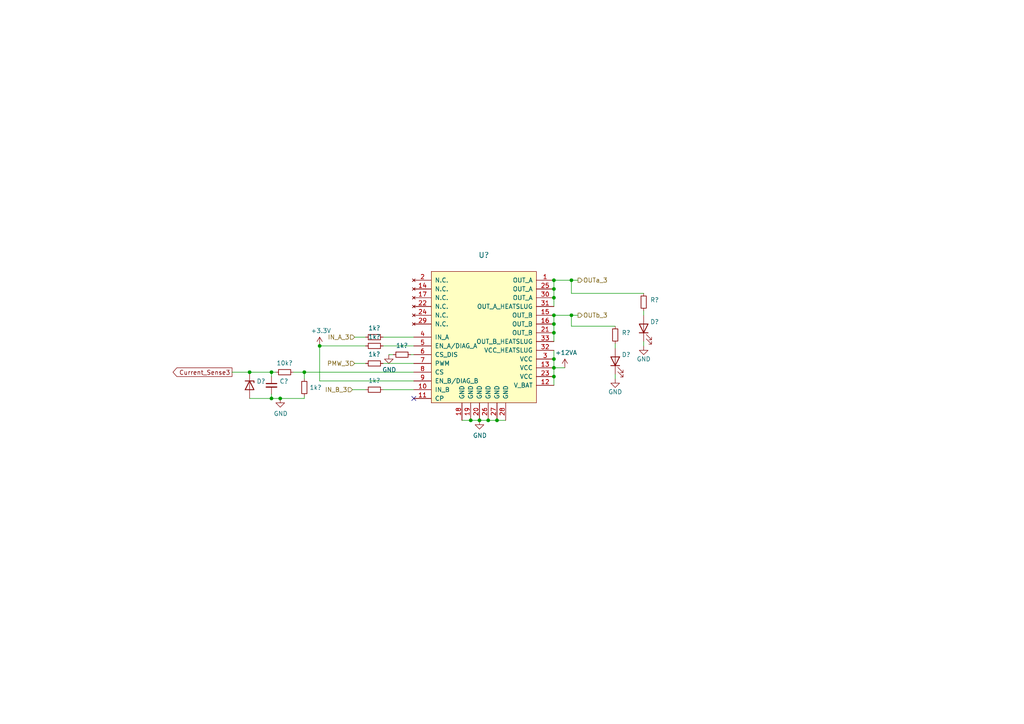
<source format=kicad_sch>
(kicad_sch (version 20211123) (generator eeschema)
  (paper "A4")
  (title_block (title "ArmBoard_Hardware") (date "2021-10-15") (rev "0") (company "Mars Rover Design Team") (comment 1 "Drawn By: Patrick Simoni / Tyler Lunyou"))
  (lib_symbols
    (symbol "Device:C_Small" (pin_numbers hide) (pin_names (offset 0.254) hide)
      (property "Reference" "C" (at 0.254 1.778 0))
      (property "Value" "C_Small" (at 0.254 -2.032 0))
      (symbol "C_Small_0_1"
        (polyline (pts (xy -1.524 -0.508) (xy 1.524 -0.508)) (stroke (width 0.3302)))
        (polyline (pts (xy -1.524 0.508) (xy 1.524 0.508)) (stroke (width 0.3048)))
      )
      (symbol "C_Small_1_1"
        (pin passive line (at 0 2.54 270) (length 2.032) (name "~") (number "1"))
        (pin passive line (at 0 -2.54 90) (length 2.032) (name "~") (number "2"))
      )
    )
    (symbol "Device:D_Zener" (pin_numbers hide) (pin_names (offset 1.016) hide)
      (property "Reference" "D" (at 0 2.54 0))
      (property "Value" "D_Zener" (at 0 -2.54 0))
      (symbol "D_Zener_0_1"
        (polyline (pts (xy 1.27 0) (xy -1.27 0)))
        (polyline (pts (xy -1.27 -1.27) (xy -1.27 1.27) (xy -0.762 1.27)) (stroke (width 0.254)))
        (polyline (pts (xy 1.27 -1.27) (xy 1.27 1.27) (xy -1.27 0) (xy 1.27 -1.27)) (stroke (width 0.254)))
      )
      (symbol "D_Zener_1_1"
        (pin passive line (at -3.81 0 0) (length 2.54) (name "K") (number "1"))
        (pin passive line (at 3.81 0 180) (length 2.54) (name "A") (number "2"))
      )
    )
    (symbol "Device:LED" (pin_numbers hide) (pin_names (offset 1.016) hide)
      (property "Reference" "D" (at 0 2.54 0))
      (property "Value" "LED" (at 0 -2.54 0))
      (symbol "LED_0_1"
        (polyline (pts (xy -1.27 -1.27) (xy -1.27 1.27)) (stroke (width 0.254)))
        (polyline (pts (xy -1.27 0) (xy 1.27 0)))
        (polyline (pts (xy 1.27 -1.27) (xy 1.27 1.27) (xy -1.27 0) (xy 1.27 -1.27)) (stroke (width 0.254)))
        (polyline (pts (xy -3.048 -0.762) (xy -4.572 -2.286) (xy -3.81 -2.286) (xy -4.572 -2.286) (xy -4.572 -1.524)))
        (polyline (pts (xy -1.778 -0.762) (xy -3.302 -2.286) (xy -2.54 -2.286) (xy -3.302 -2.286) (xy -3.302 -1.524)))
      )
      (symbol "LED_1_1"
        (pin passive line (at -3.81 0 0) (length 2.54) (name "K") (number "1"))
        (pin passive line (at 3.81 0 180) (length 2.54) (name "A") (number "2"))
      )
    )
    (symbol "Device:R_Small" (pin_numbers hide) (pin_names (offset 0.254) hide)
      (property "Reference" "R" (at 0.762 0.508 0))
      (property "Value" "R_Small" (at 0.762 -1.016 0))
      (symbol "R_Small_0_1"
        (rectangle (start -0.762 1.778) (end 0.762 -1.778) (stroke (width 0.2032)))
      )
      (symbol "R_Small_1_1"
        (pin passive line (at 0 2.54 270) (length 0.762) (name "~") (number "1"))
        (pin passive line (at 0 -2.54 90) (length 0.762) (name "~") (number "2"))
      )
    )
    (symbol "MRDT_ICs:VNH5019A_E" (pin_names (offset 1.016))
      (property "Reference" "U" (at 1.27 -1.27 0))
      (property "Value" "VNH5019A_E" (at 15.24 36.83 0))
      (symbol "VNH5019A_E_1_1"
        (rectangle (start 0 38.1) (end 30.48 0) (fill (type background)))
        (pin input line (at 35.56 35.56 180) (length 5.08) (name "OUT_A") (number "1"))
        (pin input line (at -5.08 3.81 0) (length 5.08) (name "IN_B") (number "10"))
        (pin input line (at -5.08 1.27 0) (length 5.08) (name "CP") (number "11"))
        (pin power_in line (at 35.56 5.08 180) (length 5.08) (name "V_BAT") (number "12"))
        (pin power_in line (at 35.56 10.16 180) (length 5.08) (name "VCC") (number "13"))
        (pin no_connect line (at -5.08 33.02 0) (length 5.08) (name "N.C.") (number "14"))
        (pin input line (at 35.56 25.4 180) (length 5.08) (name "OUT_B") (number "15"))
        (pin input line (at 35.56 22.86 180) (length 5.08) (name "OUT_B") (number "16"))
        (pin no_connect line (at -5.08 30.48 0) (length 5.08) (name "N.C.") (number "17"))
        (pin input line (at 8.89 -5.08 90) (length 5.08) (name "GND") (number "18"))
        (pin input line (at 11.43 -5.08 90) (length 5.08) (name "GND") (number "19"))
        (pin no_connect line (at -5.08 35.56 0) (length 5.08) (name "N.C.") (number "2"))
        (pin input line (at 13.97 -5.08 90) (length 5.08) (name "GND") (number "20"))
        (pin input line (at 35.56 20.32 180) (length 5.08) (name "OUT_B") (number "21"))
        (pin no_connect line (at -5.08 27.94 0) (length 5.08) (name "N.C.") (number "22"))
        (pin input line (at 35.56 7.62 180) (length 5.08) (name "VCC") (number "23"))
        (pin no_connect line (at -5.08 25.4 0) (length 5.08) (name "N.C.") (number "24"))
        (pin input line (at 35.56 33.02 180) (length 5.08) (name "OUT_A") (number "25"))
        (pin input line (at 16.51 -5.08 90) (length 5.08) (name "GND") (number "26"))
        (pin input line (at 19.05 -5.08 90) (length 5.08) (name "GND") (number "27"))
        (pin input line (at 21.59 -5.08 90) (length 5.08) (name "GND") (number "28"))
        (pin no_connect line (at -5.08 22.86 0) (length 5.08) (name "N.C.") (number "29"))
        (pin power_in line (at 35.56 12.7 180) (length 5.08) (name "VCC") (number "3"))
        (pin input line (at 35.56 30.48 180) (length 5.08) (name "OUT_A") (number "30"))
        (pin input line (at 35.56 27.94 180) (length 5.08) (name "OUT_A_HEATSLUG") (number "31"))
        (pin input line (at 35.56 15.24 180) (length 5.08) (name "VCC_HEATSLUG") (number "32"))
        (pin input line (at 35.56 17.78 180) (length 5.08) (name "OUT_B_HEATSLUG") (number "33"))
        (pin input line (at -5.08 19.05 0) (length 5.08) (name "IN_A") (number "4"))
        (pin input line (at -5.08 16.51 0) (length 5.08) (name "EN_A/DIAG_A") (number "5"))
        (pin input line (at -5.08 13.97 0) (length 5.08) (name "CS_DIS") (number "6"))
        (pin input line (at -5.08 11.43 0) (length 5.08) (name "PWM") (number "7"))
        (pin input line (at -5.08 8.89 0) (length 5.08) (name "CS") (number "8"))
        (pin input line (at -5.08 6.35 0) (length 5.08) (name "EN_B/DIAG_B") (number "9"))
      )
    )
    (symbol "power:+12VA" (power) (pin_names (offset 0))
      (property "Value" "+12VA" (at 0 3.556 0))
      (symbol "+12VA_0_1"
        (polyline (pts (xy -0.762 1.27) (xy 0 2.54)))
        (polyline (pts (xy 0 0) (xy 0 2.54)))
        (polyline (pts (xy 0 2.54) (xy 0.762 1.27)))
      )
      (symbol "+12VA_1_1"
        (pin power_in line (at 0 0 90) (length 0) hide (name "+12VA") (number "1"))
      )
    )
    (symbol "power:+3.3V" (power) (pin_names (offset 0))
      (property "Value" "+3.3V" (at 0 3.556 0))
      (symbol "+3.3V_0_1"
        (polyline (pts (xy -0.762 1.27) (xy 0 2.54)))
        (polyline (pts (xy 0 0) (xy 0 2.54)))
        (polyline (pts (xy 0 2.54) (xy 0.762 1.27)))
      )
      (symbol "+3.3V_1_1"
        (pin power_in line (at 0 0 90) (length 0) hide (name "+3.3V") (number "1"))
      )
    )
    (symbol "power:GND" (power) (pin_names (offset 0))
      (property "Value" "GND" (at 0 -3.81 0))
      (symbol "GND_0_1"
        (polyline (pts (xy 0 0) (xy 0 -1.27) (xy 1.27 -1.27) (xy 0 -2.54) (xy -1.27 -1.27) (xy 0 -1.27)))
      )
      (symbol "GND_1_1"
        (pin power_in line (at 0 0 270) (length 0) hide (name "GND") (number "1"))
      )
    )
  )
  (junction (at 160.655 93.98))
  (junction (at 160.655 81.28))
  (junction (at 160.655 104.14))
  (junction (at 78.74 107.95))
  (junction (at 92.71 100.33))
  (junction (at 72.39 107.95))
  (junction (at 81.28 115.57))
  (junction (at 160.655 109.22))
  (junction (at 136.525 121.92))
  (junction (at 78.74 115.57))
  (junction (at 141.605 121.92))
  (junction (at 144.145 121.92))
  (junction (at 139.065 121.92))
  (junction (at 160.655 96.52))
  (junction (at 165.735 81.28))
  (junction (at 160.655 106.68))
  (junction (at 160.655 86.36))
  (junction (at 88.265 107.95))
  (junction (at 160.655 91.44))
  (junction (at 160.655 83.82))
  (junction (at 165.735 91.44))
  (no_connect (at 120.015 115.57))
  (wire (pts (xy 72.39 107.95) (xy 67.31 107.95)))
  (wire (pts (xy 78.74 107.95) (xy 72.39 107.95)))
  (wire (pts (xy 112.776 102.87) (xy 114.046 102.87)))
  (wire (pts (xy 160.655 93.98) (xy 160.655 96.52)))
  (wire (pts (xy 160.655 111.76) (xy 160.655 109.22)))
  (wire (pts (xy 88.265 115.57) (xy 88.265 114.935)))
  (wire (pts (xy 165.735 91.44) (xy 167.64 91.44)))
  (wire (pts (xy 111.125 97.79) (xy 120.015 97.79)))
  (wire (pts (xy 119.126 102.87) (xy 120.015 102.87)))
  (wire (pts (xy 160.655 91.44) (xy 165.735 91.44)))
  (wire (pts (xy 136.525 121.92) (xy 139.065 121.92)))
  (wire (pts (xy 92.71 100.33) (xy 92.71 110.49)))
  (wire (pts (xy 141.605 121.92) (xy 144.145 121.92)))
  (wire (pts (xy 160.655 86.36) (xy 160.655 83.82)))
  (wire (pts (xy 78.74 107.95) (xy 80.01 107.95)))
  (wire (pts (xy 160.655 91.44) (xy 160.655 93.98)))
  (wire (pts (xy 160.655 101.6) (xy 160.655 104.14)))
  (wire (pts (xy 178.435 108.585) (xy 178.435 109.855)))
  (wire (pts (xy 88.265 107.95) (xy 85.09 107.95)))
  (wire (pts (xy 106.045 100.33) (xy 92.71 100.33)))
  (wire (pts (xy 102.235 113.03) (xy 106.045 113.03)))
  (wire (pts (xy 160.655 81.28) (xy 165.735 81.28)))
  (wire (pts (xy 178.435 99.695) (xy 178.435 100.965)))
  (wire (pts (xy 111.125 105.41) (xy 120.015 105.41)))
  (wire (pts (xy 120.015 100.33) (xy 111.125 100.33)))
  (wire (pts (xy 88.265 109.855) (xy 88.265 107.95)))
  (wire (pts (xy 120.015 107.95) (xy 88.265 107.95)))
  (wire (pts (xy 165.735 81.28) (xy 165.735 85.09)))
  (wire (pts (xy 165.735 94.615) (xy 178.435 94.615)))
  (wire (pts (xy 160.655 104.14) (xy 160.655 106.68)))
  (wire (pts (xy 133.985 121.92) (xy 136.525 121.92)))
  (wire (pts (xy 120.015 110.49) (xy 92.71 110.49)))
  (wire (pts (xy 106.045 105.41) (xy 102.87 105.41)))
  (wire (pts (xy 186.69 90.17) (xy 186.69 91.44)))
  (wire (pts (xy 186.69 99.06) (xy 186.69 100.33)))
  (wire (pts (xy 78.74 109.22) (xy 78.74 107.95)))
  (wire (pts (xy 160.655 106.68) (xy 163.83 106.68)))
  (wire (pts (xy 160.655 86.36) (xy 160.655 88.9)))
  (wire (pts (xy 160.655 81.28) (xy 160.655 83.82)))
  (wire (pts (xy 102.87 97.79) (xy 106.045 97.79)))
  (wire (pts (xy 165.735 81.28) (xy 167.64 81.28)))
  (wire (pts (xy 78.74 115.57) (xy 78.74 114.3)))
  (wire (pts (xy 160.655 106.68) (xy 160.655 109.22)))
  (wire (pts (xy 144.145 121.92) (xy 146.685 121.92)))
  (wire (pts (xy 165.735 91.44) (xy 165.735 94.615)))
  (wire (pts (xy 111.125 113.03) (xy 120.015 113.03)))
  (wire (pts (xy 160.655 96.52) (xy 160.655 99.06)))
  (wire (pts (xy 165.735 85.09) (xy 186.69 85.09)))
  (wire (pts (xy 81.28 115.57) (xy 88.265 115.57)))
  (wire (pts (xy 72.39 115.57) (xy 78.74 115.57)))
  (wire (pts (xy 141.605 121.92) (xy 139.065 121.92)))
  (wire (pts (xy 78.74 115.57) (xy 81.28 115.57)))
  (global_label "Current_Sense3" (shape output) (at 67.31 107.95 180) (property "Intersheet References" "${INTERSHEET_REFS}" (effects hide)))
  (hierarchical_label "OUTa_3" (shape output) (at 167.64 81.28 0))
  (hierarchical_label "IN_B_3" (shape input) (at 102.235 113.03 180))
  (hierarchical_label "PMW_3" (shape input) (at 102.87 105.41 180))
  (hierarchical_label "IN_A_3" (shape input) (at 102.87 97.79 180))
  (hierarchical_label "OUTb_3" (shape output) (at 167.64 91.44 0))
  (symbol (lib_id "power:GND") (at 112.776 102.87 0) (unit 1)
    (property "Reference" "#PWR?" (effects hide))
  )
  (symbol (lib_id "Device:R_Small") (at 116.586 102.87 270) (unit 1)
    (property "Reference" "1k?" (at 116.586 100.2284 90))
  )
  (symbol (lib_id "power:+12VA") (at 163.83 106.68 0) (unit 1)
    (property "Reference" "#PWR?" (effects hide))
  )
  (symbol (lib_id "Device:R_Small") (at 108.585 105.41 270) (unit 1)
    (property "Reference" "1k?" (at 108.585 102.7684 90))
  )
  (symbol (lib_id "Device:R_Small") (at 108.585 100.33 270) (unit 1)
    (property "Reference" "1k?" (at 108.585 97.6884 90))
  )
  (symbol (lib_id "power:+3.3V") (at 92.71 100.33 0) (unit 1)
    (property "Reference" "#PWR?" (effects hide))
  )
  (symbol (lib_id "MRDT_ICs:VNH5019A_E") (at 125.095 116.84 0) (unit 1)
    (property "Reference" "U?" (at 140.335 73.9902 0) (effects (font (size 1.524 1.524))))
  )
  (symbol (lib_id "power:GND") (at 139.065 121.92 0) (unit 1)
    (property "Reference" "#PWR?" (effects hide))
  )
  (symbol (lib_id "Device:R_Small") (at 82.55 107.95 270) (unit 1)
    (property "Reference" "10k?" (at 82.55 105.3084 90))
  )
  (symbol (lib_id "Device:R_Small") (at 108.585 97.79 270) (unit 1)
    (property "Reference" "1k?" (at 108.585 95.1484 90))
  )
  (symbol (lib_id "power:GND") (at 178.435 109.855 0) (unit 1)
    (property "Reference" "#PWR?" (effects hide))
  )
  (symbol (lib_id "Device:R_Small") (at 178.435 97.155 0) (unit 1)
    (property "Reference" "R?" (at 181.61 96.52 0))
  )
  (symbol (lib_id "power:GND") (at 186.69 100.33 0) (unit 1)
    (property "Reference" "#PWR?" (effects hide))
  )
  (symbol (lib_id "Device:R_Small") (at 186.69 87.63 0) (unit 1)
    (property "Reference" "R?" (at 189.865 86.995 0))
  )
  (symbol (lib_id "Device:D_Zener") (at 72.39 111.76 270) (unit 1)
    (property "Reference" "D?" (at 74.422 110.5916 90) (effects (justify left)))
  )
  (symbol (lib_id "Device:LED") (at 178.435 104.775 90) (unit 1)
    (property "Reference" "D?" (at 181.61 102.87 90))
  )
  (symbol (lib_id "Device:R_Small") (at 88.265 112.395 0) (unit 1)
    (property "Reference" "1k?" (at 89.7636 112.395 0) (effects (justify left)))
  )
  (symbol (lib_id "Device:LED") (at 186.69 95.25 90) (unit 1)
    (property "Reference" "D?" (at 189.865 93.345 90))
  )
  (symbol (lib_id "power:GND") (at 81.28 115.57 0) (unit 1)
    (property "Reference" "#PWR?" (effects hide))
  )
  (symbol (lib_id "Device:C_Small") (at 78.74 111.76 0) (unit 1)
    (property "Reference" "C?" (at 81.0768 110.5916 0) (effects (justify left)))
  )
  (symbol (lib_id "Device:R_Small") (at 108.585 113.03 270) (unit 1)
    (property "Reference" "1k?" (at 108.585 110.3884 90))
  )
)
</source>
